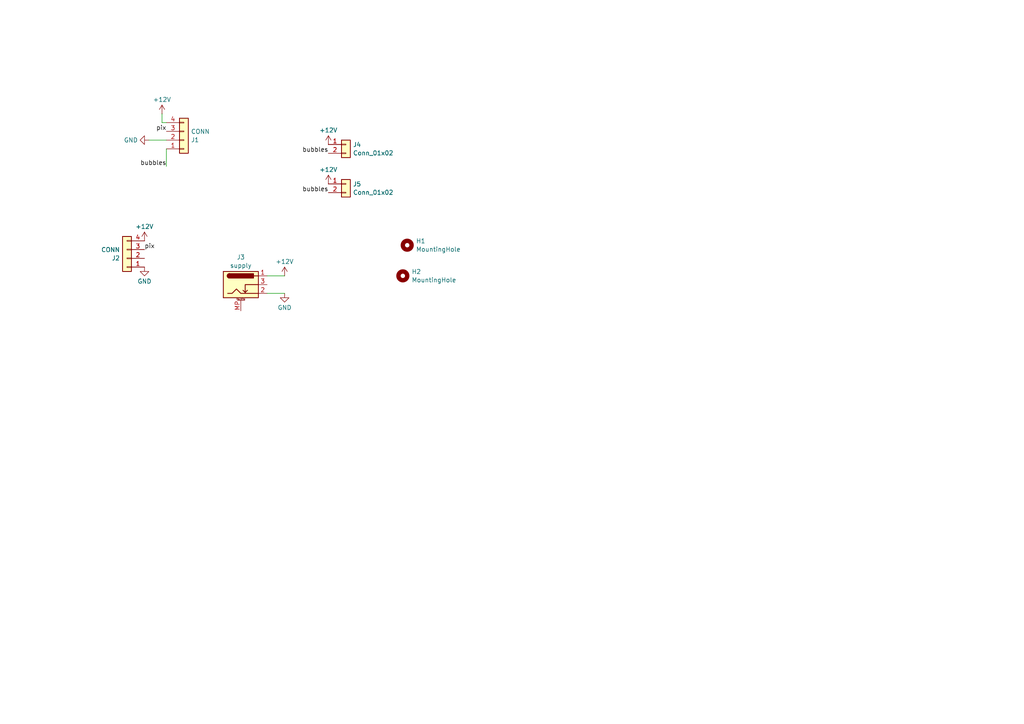
<source format=kicad_sch>
(kicad_sch (version 20231120) (generator "eeschema") (generator_version "8.0")
  (paper "A4")
  (lib_symbols
    (symbol "Connector:Barrel_Jack_Switch_MountingPin" (pin_names hide)
      (property "Reference" "J" (at 0 5.334 0))
      (property "Value" "Barrel_Jack_Switch_MountingPin" (at 1.27 -6.35 0))
      (symbol "Barrel_Jack_Switch_MountingPin_0_1"
        (rectangle (start -5.08 3.81) (end 5.08 -3.81) (stroke (width 0.254)) (fill (type background)))
        (arc (start -3.302 3.175) (mid -3.9343 2.54) (end -3.302 1.905) (stroke (width 0.254)))
        (arc (start -3.302 3.175) (mid -3.9343 2.54) (end -3.302 1.905) (stroke (width 0.254)) (fill (type outline)))
        (polyline (pts (xy 1.27 -2.286) (xy 1.905 -1.651)) (stroke (width 0.254)))
        (polyline (pts (xy 5.08 2.54) (xy 3.81 2.54)) (stroke (width 0.254)))
        (polyline (pts (xy 5.08 0) (xy 1.27 0) (xy 1.27 -2.286) (xy 0.635 -1.651)) (stroke (width 0.254)))
        (polyline (pts (xy -3.81 -2.54) (xy -2.54 -2.54) (xy -1.27 -1.27) (xy 0 -2.54) (xy 2.54 -2.54) (xy 5.08 -2.54)) (stroke (width 0.254)))
        (rectangle (start 3.683 3.175) (end -3.302 1.905) (stroke (width 0.254)) (fill (type outline)))
      )
      (symbol "Barrel_Jack_Switch_MountingPin_1_1"
        (polyline (pts (xy -1.016 -4.572) (xy 1.016 -4.572)) (stroke (width 0.1524)))
        (text "Mounting" (at 0 -4.191 0) (effects (font (size 0.381 0.381))))
        (pin passive line (at 7.62 2.54 180) (length 2.54) (name "~") (number "1"))
        (pin passive line (at 7.62 -2.54 180) (length 2.54) (name "~") (number "2"))
        (pin passive line (at 7.62 0 180) (length 2.54) (name "~") (number "3"))
        (pin passive line (at 0 -7.62 90) (length 3.048) (name "MountPin") (number "MP"))
      )
    )
    (symbol "Connector_Generic:Conn_01x02" (pin_names (offset 1.016) hide)
      (property "Reference" "J" (at 0 2.54 0))
      (property "Value" "Conn_01x02" (at 0 -5.08 0))
      (symbol "Conn_01x02_1_1"
        (rectangle (start -1.27 -2.413) (end 0 -2.667) (stroke (width 0.1524)))
        (rectangle (start -1.27 0.127) (end 0 -0.127) (stroke (width 0.1524)))
        (rectangle (start -1.27 1.27) (end 1.27 -3.81) (stroke (width 0.254)) (fill (type background)))
        (pin passive line (at -5.08 0 0) (length 3.81) (name "Pin_1") (number "1"))
        (pin passive line (at -5.08 -2.54 0) (length 3.81) (name "Pin_2") (number "2"))
      )
    )
    (symbol "Connector_Generic:Conn_01x04" (pin_names (offset 1.016) hide)
      (property "Reference" "J" (at 0 5.08 0))
      (property "Value" "Conn_01x04" (at 0 -7.62 0))
      (symbol "Conn_01x04_1_1"
        (rectangle (start -1.27 -4.953) (end 0 -5.207) (stroke (width 0.1524)))
        (rectangle (start -1.27 -2.413) (end 0 -2.667) (stroke (width 0.1524)))
        (rectangle (start -1.27 0.127) (end 0 -0.127) (stroke (width 0.1524)))
        (rectangle (start -1.27 2.667) (end 0 2.413) (stroke (width 0.1524)))
        (rectangle (start -1.27 3.81) (end 1.27 -6.35) (stroke (width 0.254)) (fill (type background)))
        (pin passive line (at -5.08 2.54 0) (length 3.81) (name "Pin_1") (number "1"))
        (pin passive line (at -5.08 0 0) (length 3.81) (name "Pin_2") (number "2"))
        (pin passive line (at -5.08 -2.54 0) (length 3.81) (name "Pin_3") (number "3"))
        (pin passive line (at -5.08 -5.08 0) (length 3.81) (name "Pin_4") (number "4"))
      )
    )
    (symbol "Mechanical:MountingHole" (pin_names (offset 1.016)) (exclude_from_sim yes) (in_bom no)
      (property "Reference" "H" (at 0 5.08 0))
      (property "Value" "MountingHole" (at 0 3.175 0))
      (symbol "MountingHole_0_1"
        (circle (center 0 0) (radius 1.27) (stroke (width 1.27)))
      )
    )
    (symbol "power:+12V" (power) (pin_numbers hide) (pin_names (offset 0) hide)
      (property "Value" "+12V" (at 0 3.556 0))
      (symbol "+12V_0_1"
        (polyline (pts (xy -0.762 1.27) (xy 0 2.54)))
        (polyline (pts (xy 0 0) (xy 0 2.54)))
        (polyline (pts (xy 0 2.54) (xy 0.762 1.27)))
      )
      (symbol "+12V_1_1"
        (pin power_in line (at 0 0 90) (length 0) (name "~") (number "1"))
      )
    )
    (symbol "power:GND" (power) (pin_names (offset 0))
      (property "Value" "GND" (at 0 -3.81 0))
      (symbol "GND_0_1"
        (polyline (pts (xy 0 0) (xy 0 -1.27) (xy 1.27 -1.27) (xy 0 -2.54) (xy -1.27 -1.27) (xy 0 -1.27)))
      )
      (symbol "GND_1_1"
        (pin power_in line (at 0 0 270) (length 0) hide (name "GND") (number "1"))
      )
    )
  )
  (wire (pts (xy 77.47 80.01) (xy 82.55 80.01)))
  (wire (pts (xy 48.26 48.26) (xy 48.26 43.18)))
  (wire (pts (xy 46.99 35.56) (xy 48.26 35.56)))
  (wire (pts (xy 77.47 85.09) (xy 82.55 85.09)))
  (wire (pts (xy 46.99 35.56) (xy 46.99 33.02)))
  (wire (pts (xy 48.26 40.64) (xy 43.18 40.64)))
  (label "bubbles" (at 95.25 55.88 180))
  (label "bubbles" (at 95.25 44.45 180))
  (label "pix" (at 41.91 72.39 0))
  (label "bubbles" (at 48.26 48.26 180))
  (label "pix" (at 48.26 38.1 180))
  (symbol (lib_id "Connector_Generic:Conn_01x02") (at 100.33 41.91 0) (unit 1)
    (property "Reference" "J4" (at 102.362 41.9678 0) (effects (justify left)))
    (property "Value" "Conn_01x02" (at 102.362 44.3921 0) (effects (justify left)))
    (property "Footprint" "Connector_PinHeader_2.54mm:PinHeader_1x02_P2.54mm_Horizontal" (effects (hide yes)))
    (property "Description" "Generic connector, single row, 01x02, script generated (kicad-library-utils/schlib/autogen/connector/)" (effects (hide yes)))
  )
  (symbol (lib_id "power:GND") (at 43.18 40.64 270) (mirror x) (unit 1)
    (property "Reference" "#PWR02" (effects (hide yes)))
    (property "Value" "GND" (at 40.005 40.64 90) (effects (justify right)))
  )
  (symbol (lib_id "power:+12V") (at 82.55 80.01 0) (mirror y) (unit 1)
    (property "Reference" "#PWR06" (effects (hide yes)))
    (property "Value" "+12V" (at 82.55 75.8769 0))
    (property "Description" "Power symbol creates a global label with name \"+12V\"" (effects (hide yes)))
  )
  (symbol (lib_id "Connector:Barrel_Jack_Switch_MountingPin") (at 69.85 82.55 0) (unit 1)
    (property "Reference" "J3" (at 69.85 74.5955 0))
    (property "Value" "supply" (at 69.85 77.0198 0))
    (property "Footprint" "Connector_BarrelJack:BarrelJack_CUI_PJ-079BH_Horizontal" (effects (hide yes)))
    (property "Description" "DC Barrel Jack with an internal switch and a mounting pin" (effects (hide yes)))
  )
  (symbol (lib_id "power:+12V") (at 46.99 33.02 0) (mirror y) (unit 1)
    (property "Reference" "#PWR01" (effects (hide yes)))
    (property "Value" "+12V" (at 46.99 28.8869 0))
    (property "Description" "Power symbol creates a global label with name \"+12V\"" (effects (hide yes)))
  )
  (symbol (lib_id "Connector_Generic:Conn_01x04") (at 53.34 40.64 0) (mirror x) (unit 1)
    (property "Reference" "J1" (at 55.372 40.5822 0) (effects (justify left)))
    (property "Value" "CONN" (at 55.372 38.1579 0) (effects (justify left)))
    (property "Footprint" "Anyma06:Molex_Mini-Fit_Jr_5569-04A2_2x02_P4.20mm_H+V" (effects (hide yes)))
    (property "Description" "Generic connector, single row, 01x04, script generated (kicad-library-utils/schlib/autogen/connector/)" (effects (hide yes)))
  )
  (symbol (lib_id "power:GND") (at 41.91 77.47 0) (mirror y) (unit 1)
    (property "Reference" "#PWR04" (effects (hide yes)))
    (property "Value" "GND" (at 41.91 81.6031 0))
  )
  (symbol (lib_id "power:GND") (at 82.55 85.09 0) (mirror y) (unit 1)
    (property "Reference" "#PWR05" (effects (hide yes)))
    (property "Value" "GND" (at 82.55 89.2231 0))
  )
  (symbol (lib_id "power:+12V") (at 95.25 41.91 0) (mirror y) (unit 1)
    (property "Reference" "#PWR07" (effects (hide yes)))
    (property "Value" "+12V" (at 95.25 37.7769 0))
    (property "Description" "Power symbol creates a global label with name \"+12V\"" (effects (hide yes)))
  )
  (symbol (lib_id "Mechanical:MountingHole") (at 116.84 80.01 0) (unit 1) (exclude_from_sim yes) (in_bom no)
    (property "Reference" "H2" (at 119.38 78.7978 0) (effects (justify left)))
    (property "Value" "MountingHole" (at 119.38 81.2221 0) (effects (justify left)))
    (property "Footprint" "MountingHole:MountingHole_3.2mm_M3_DIN965" (effects (hide yes)))
    (property "Description" "Mounting Hole without connection" (effects (hide yes)))
  )
  (symbol (lib_id "power:+12V") (at 41.91 69.85 0) (unit 1)
    (property "Reference" "#PWR03" (effects (hide yes)))
    (property "Value" "+12V" (at 41.91 65.7169 0))
    (property "Description" "Power symbol creates a global label with name \"+12V\"" (effects (hide yes)))
  )
  (symbol (lib_id "Connector_Generic:Conn_01x02") (at 100.33 53.34 0) (unit 1)
    (property "Reference" "J5" (at 102.362 53.3978 0) (effects (justify left)))
    (property "Value" "Conn_01x02" (at 102.362 55.8221 0) (effects (justify left)))
    (property "Footprint" "Connector_PinHeader_2.54mm:PinHeader_1x02_P2.54mm_Horizontal" (effects (hide yes)))
    (property "Description" "Generic connector, single row, 01x02, script generated (kicad-library-utils/schlib/autogen/connector/)" (effects (hide yes)))
  )
  (symbol (lib_id "Mechanical:MountingHole") (at 118.11 71.12 0) (unit 1) (exclude_from_sim yes) (in_bom no)
    (property "Reference" "H1" (at 120.65 69.9078 0) (effects (justify left)))
    (property "Value" "MountingHole" (at 120.65 72.3321 0) (effects (justify left)))
    (property "Footprint" "MountingHole:MountingHole_3.2mm_M3_DIN965" (effects (hide yes)))
    (property "Description" "Mounting Hole without connection" (effects (hide yes)))
  )
  (symbol (lib_id "Connector_Generic:Conn_01x04") (at 36.83 74.93 180) (unit 1)
    (property "Reference" "J2" (at 34.798 74.8722 0) (effects (justify left)))
    (property "Value" "CONN" (at 34.798 72.4479 0) (effects (justify left)))
    (property "Footprint" "Connector_PinHeader_2.54mm:PinHeader_1x04_P2.54mm_Horizontal" (effects (hide yes)))
    (property "Description" "Generic connector, single row, 01x04, script generated (kicad-library-utils/schlib/autogen/connector/)" (effects (hide yes)))
  )
  (symbol (lib_id "power:+12V") (at 95.25 53.34 0) (mirror y) (unit 1)
    (property "Reference" "#PWR08" (effects (hide yes)))
    (property "Value" "+12V" (at 95.25 49.2069 0))
    (property "Description" "Power symbol creates a global label with name \"+12V\"" (effects (hide yes)))
  )
)
</source>
